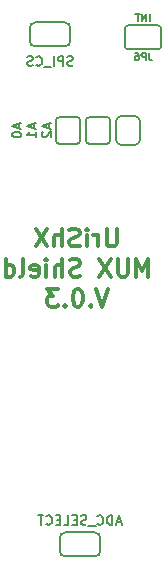
<source format=gbo>
G04 #@! TF.FileFunction,Legend,Bot*
%FSLAX46Y46*%
G04 Gerber Fmt 4.6, Leading zero omitted, Abs format (unit mm)*
G04 Created by KiCad (PCBNEW 4.0.7-e2-6376~58~ubuntu16.04.1) date Mon Aug 13 19:04:16 2018*
%MOMM*%
%LPD*%
G01*
G04 APERTURE LIST*
%ADD10C,0.100000*%
%ADD11C,0.300000*%
%ADD12C,0.152400*%
%ADD13C,0.127000*%
G04 APERTURE END LIST*
D10*
D11*
X151439142Y-77400571D02*
X151439142Y-78614857D01*
X151367714Y-78757714D01*
X151296285Y-78829143D01*
X151153428Y-78900571D01*
X150867714Y-78900571D01*
X150724856Y-78829143D01*
X150653428Y-78757714D01*
X150581999Y-78614857D01*
X150581999Y-77400571D01*
X149867713Y-78900571D02*
X149867713Y-77900571D01*
X149867713Y-78186286D02*
X149796285Y-78043429D01*
X149724856Y-77972000D01*
X149581999Y-77900571D01*
X149439142Y-77900571D01*
X148939142Y-78900571D02*
X148939142Y-77900571D01*
X148939142Y-77400571D02*
X149010571Y-77472000D01*
X148939142Y-77543429D01*
X148867714Y-77472000D01*
X148939142Y-77400571D01*
X148939142Y-77543429D01*
X148296285Y-78829143D02*
X148081999Y-78900571D01*
X147724856Y-78900571D01*
X147581999Y-78829143D01*
X147510570Y-78757714D01*
X147439142Y-78614857D01*
X147439142Y-78472000D01*
X147510570Y-78329143D01*
X147581999Y-78257714D01*
X147724856Y-78186286D01*
X148010570Y-78114857D01*
X148153428Y-78043429D01*
X148224856Y-77972000D01*
X148296285Y-77829143D01*
X148296285Y-77686286D01*
X148224856Y-77543429D01*
X148153428Y-77472000D01*
X148010570Y-77400571D01*
X147653428Y-77400571D01*
X147439142Y-77472000D01*
X146796285Y-78900571D02*
X146796285Y-77400571D01*
X146153428Y-78900571D02*
X146153428Y-78114857D01*
X146224857Y-77972000D01*
X146367714Y-77900571D01*
X146581999Y-77900571D01*
X146724857Y-77972000D01*
X146796285Y-78043429D01*
X145581999Y-77400571D02*
X144581999Y-78900571D01*
X144581999Y-77400571D02*
X145581999Y-78900571D01*
X154117714Y-81450571D02*
X154117714Y-79950571D01*
X153617714Y-81022000D01*
X153117714Y-79950571D01*
X153117714Y-81450571D01*
X152403428Y-79950571D02*
X152403428Y-81164857D01*
X152332000Y-81307714D01*
X152260571Y-81379143D01*
X152117714Y-81450571D01*
X151832000Y-81450571D01*
X151689142Y-81379143D01*
X151617714Y-81307714D01*
X151546285Y-81164857D01*
X151546285Y-79950571D01*
X150974856Y-79950571D02*
X149974856Y-81450571D01*
X149974856Y-79950571D02*
X150974856Y-81450571D01*
X148332000Y-81379143D02*
X148117714Y-81450571D01*
X147760571Y-81450571D01*
X147617714Y-81379143D01*
X147546285Y-81307714D01*
X147474857Y-81164857D01*
X147474857Y-81022000D01*
X147546285Y-80879143D01*
X147617714Y-80807714D01*
X147760571Y-80736286D01*
X148046285Y-80664857D01*
X148189143Y-80593429D01*
X148260571Y-80522000D01*
X148332000Y-80379143D01*
X148332000Y-80236286D01*
X148260571Y-80093429D01*
X148189143Y-80022000D01*
X148046285Y-79950571D01*
X147689143Y-79950571D01*
X147474857Y-80022000D01*
X146832000Y-81450571D02*
X146832000Y-79950571D01*
X146189143Y-81450571D02*
X146189143Y-80664857D01*
X146260572Y-80522000D01*
X146403429Y-80450571D01*
X146617714Y-80450571D01*
X146760572Y-80522000D01*
X146832000Y-80593429D01*
X145474857Y-81450571D02*
X145474857Y-80450571D01*
X145474857Y-79950571D02*
X145546286Y-80022000D01*
X145474857Y-80093429D01*
X145403429Y-80022000D01*
X145474857Y-79950571D01*
X145474857Y-80093429D01*
X144189143Y-81379143D02*
X144332000Y-81450571D01*
X144617714Y-81450571D01*
X144760571Y-81379143D01*
X144832000Y-81236286D01*
X144832000Y-80664857D01*
X144760571Y-80522000D01*
X144617714Y-80450571D01*
X144332000Y-80450571D01*
X144189143Y-80522000D01*
X144117714Y-80664857D01*
X144117714Y-80807714D01*
X144832000Y-80950571D01*
X143260571Y-81450571D02*
X143403429Y-81379143D01*
X143474857Y-81236286D01*
X143474857Y-79950571D01*
X142046286Y-81450571D02*
X142046286Y-79950571D01*
X142046286Y-81379143D02*
X142189143Y-81450571D01*
X142474857Y-81450571D01*
X142617715Y-81379143D01*
X142689143Y-81307714D01*
X142760572Y-81164857D01*
X142760572Y-80736286D01*
X142689143Y-80593429D01*
X142617715Y-80522000D01*
X142474857Y-80450571D01*
X142189143Y-80450571D01*
X142046286Y-80522000D01*
X150724857Y-82500571D02*
X150224857Y-84000571D01*
X149724857Y-82500571D01*
X149224857Y-83857714D02*
X149153429Y-83929143D01*
X149224857Y-84000571D01*
X149296286Y-83929143D01*
X149224857Y-83857714D01*
X149224857Y-84000571D01*
X148224857Y-82500571D02*
X148082000Y-82500571D01*
X147939143Y-82572000D01*
X147867714Y-82643429D01*
X147796285Y-82786286D01*
X147724857Y-83072000D01*
X147724857Y-83429143D01*
X147796285Y-83714857D01*
X147867714Y-83857714D01*
X147939143Y-83929143D01*
X148082000Y-84000571D01*
X148224857Y-84000571D01*
X148367714Y-83929143D01*
X148439143Y-83857714D01*
X148510571Y-83714857D01*
X148582000Y-83429143D01*
X148582000Y-83072000D01*
X148510571Y-82786286D01*
X148439143Y-82643429D01*
X148367714Y-82572000D01*
X148224857Y-82500571D01*
X147082000Y-83857714D02*
X147010572Y-83929143D01*
X147082000Y-84000571D01*
X147153429Y-83929143D01*
X147082000Y-83857714D01*
X147082000Y-84000571D01*
X146510571Y-82500571D02*
X145582000Y-82500571D01*
X146082000Y-83072000D01*
X145867714Y-83072000D01*
X145724857Y-83143429D01*
X145653428Y-83214857D01*
X145582000Y-83357714D01*
X145582000Y-83714857D01*
X145653428Y-83857714D01*
X145724857Y-83929143D01*
X145867714Y-84000571D01*
X146296286Y-84000571D01*
X146439143Y-83929143D01*
X146510571Y-83857714D01*
D12*
X148844000Y-68224400D02*
X148844000Y-69951600D01*
X149098000Y-67970400D02*
X150622000Y-67970400D01*
X149098000Y-70205600D02*
X150622000Y-70205600D01*
X150876000Y-69951600D02*
X150876000Y-68224400D01*
X150622000Y-67970400D02*
G75*
G02X150876000Y-68224400I0J-254000D01*
G01*
X150876000Y-69951600D02*
G75*
G02X150622000Y-70205600I-254000J0D01*
G01*
X149098000Y-70205600D02*
G75*
G02X148844000Y-69951600I0J254000D01*
G01*
X148844000Y-68224400D02*
G75*
G02X149098000Y-67970400I254000J0D01*
G01*
X151384000Y-68326000D02*
X151384000Y-69850000D01*
X151841200Y-67868800D02*
X152958800Y-67868800D01*
X151841200Y-70307200D02*
X152958800Y-70307200D01*
X153416000Y-69850000D02*
X153416000Y-68326000D01*
X152958800Y-67868800D02*
G75*
G02X153416000Y-68326000I0J-457200D01*
G01*
X153416000Y-69850000D02*
G75*
G02X152958800Y-70307200I-457200J0D01*
G01*
X151841200Y-70307200D02*
G75*
G02X151384000Y-69850000I0J457200D01*
G01*
X151384000Y-68326000D02*
G75*
G02X151841200Y-67868800I457200J0D01*
G01*
X146304000Y-68224400D02*
X146304000Y-69951600D01*
X146558000Y-67970400D02*
X148082000Y-67970400D01*
X146558000Y-70205600D02*
X148082000Y-70205600D01*
X148336000Y-69951600D02*
X148336000Y-68224400D01*
X148082000Y-67970400D02*
G75*
G02X148336000Y-68224400I0J-254000D01*
G01*
X148336000Y-69951600D02*
G75*
G02X148082000Y-70205600I-254000J0D01*
G01*
X146558000Y-70205600D02*
G75*
G02X146304000Y-69951600I0J254000D01*
G01*
X146304000Y-68224400D02*
G75*
G02X146558000Y-67970400I254000J0D01*
G01*
X147066000Y-59944000D02*
X144526000Y-59944000D01*
X147523200Y-60401200D02*
X147523200Y-61518800D01*
X144068800Y-60401200D02*
X144068800Y-61518800D01*
X144526000Y-61976000D02*
X147066000Y-61976000D01*
X147523200Y-61518800D02*
G75*
G02X147066000Y-61976000I-457200J0D01*
G01*
X144526000Y-61976000D02*
G75*
G02X144068800Y-61518800I0J457200D01*
G01*
X144068800Y-60401200D02*
G75*
G02X144526000Y-59944000I457200J0D01*
G01*
X147066000Y-59944000D02*
G75*
G02X147523200Y-60401200I0J-457200D01*
G01*
X147066000Y-105156000D02*
X149606000Y-105156000D01*
X146608800Y-104698800D02*
X146608800Y-103581200D01*
X150063200Y-104698800D02*
X150063200Y-103581200D01*
X149606000Y-103124000D02*
X147066000Y-103124000D01*
X146608800Y-103581200D02*
G75*
G02X147066000Y-103124000I457200J0D01*
G01*
X149606000Y-103124000D02*
G75*
G02X150063200Y-103581200I0J-457200D01*
G01*
X150063200Y-104698800D02*
G75*
G02X149606000Y-105156000I-457200J0D01*
G01*
X147066000Y-105156000D02*
G75*
G02X146608800Y-104698800I0J457200D01*
G01*
X154940000Y-60198000D02*
X152400000Y-60198000D01*
X155194000Y-60452000D02*
X155194000Y-61976000D01*
X152146000Y-60452000D02*
X152146000Y-61976000D01*
X152400000Y-62230000D02*
X154940000Y-62230000D01*
X155194000Y-61976000D02*
G75*
G02X154940000Y-62230000I-254000J0D01*
G01*
X152400000Y-62230000D02*
G75*
G02X152146000Y-61976000I0J254000D01*
G01*
X152146000Y-60452000D02*
G75*
G02X152400000Y-60198000I254000J0D01*
G01*
X154940000Y-60198000D02*
G75*
G02X155194000Y-60452000I0J-254000D01*
G01*
X144407467Y-68507429D02*
X144407467Y-68894477D01*
X144639695Y-68430020D02*
X143826895Y-68700953D01*
X144639695Y-68971886D01*
X144639695Y-69668572D02*
X144639695Y-69204115D01*
X144639695Y-69436344D02*
X143826895Y-69436344D01*
X143943010Y-69358934D01*
X144020419Y-69281525D01*
X144059124Y-69204115D01*
X145677467Y-68507429D02*
X145677467Y-68894477D01*
X145909695Y-68430020D02*
X145096895Y-68700953D01*
X145909695Y-68971886D01*
X145174305Y-69204115D02*
X145135600Y-69242820D01*
X145096895Y-69320229D01*
X145096895Y-69513753D01*
X145135600Y-69591163D01*
X145174305Y-69629867D01*
X145251714Y-69668572D01*
X145329124Y-69668572D01*
X145445238Y-69629867D01*
X145909695Y-69165410D01*
X145909695Y-69668572D01*
X143137467Y-68507429D02*
X143137467Y-68894477D01*
X143369695Y-68430020D02*
X142556895Y-68700953D01*
X143369695Y-68971886D01*
X142556895Y-69397639D02*
X142556895Y-69475048D01*
X142595600Y-69552458D01*
X142634305Y-69591163D01*
X142711714Y-69629867D01*
X142866533Y-69668572D01*
X143060057Y-69668572D01*
X143214876Y-69629867D01*
X143292286Y-69591163D01*
X143330990Y-69552458D01*
X143369695Y-69475048D01*
X143369695Y-69397639D01*
X143330990Y-69320229D01*
X143292286Y-69281525D01*
X143214876Y-69242820D01*
X143060057Y-69204115D01*
X142866533Y-69204115D01*
X142711714Y-69242820D01*
X142634305Y-69281525D01*
X142595600Y-69320229D01*
X142556895Y-69397639D01*
X147731238Y-63574990D02*
X147615124Y-63613695D01*
X147421600Y-63613695D01*
X147344190Y-63574990D01*
X147305486Y-63536286D01*
X147266781Y-63458876D01*
X147266781Y-63381467D01*
X147305486Y-63304057D01*
X147344190Y-63265352D01*
X147421600Y-63226648D01*
X147576419Y-63187943D01*
X147653828Y-63149238D01*
X147692533Y-63110533D01*
X147731238Y-63033124D01*
X147731238Y-62955714D01*
X147692533Y-62878305D01*
X147653828Y-62839600D01*
X147576419Y-62800895D01*
X147382895Y-62800895D01*
X147266781Y-62839600D01*
X146918438Y-63613695D02*
X146918438Y-62800895D01*
X146608800Y-62800895D01*
X146531391Y-62839600D01*
X146492686Y-62878305D01*
X146453981Y-62955714D01*
X146453981Y-63071829D01*
X146492686Y-63149238D01*
X146531391Y-63187943D01*
X146608800Y-63226648D01*
X146918438Y-63226648D01*
X146105638Y-63613695D02*
X146105638Y-62800895D01*
X145912114Y-63691105D02*
X145292838Y-63691105D01*
X144634857Y-63536286D02*
X144673562Y-63574990D01*
X144789676Y-63613695D01*
X144867086Y-63613695D01*
X144983200Y-63574990D01*
X145060609Y-63497581D01*
X145099314Y-63420171D01*
X145138019Y-63265352D01*
X145138019Y-63149238D01*
X145099314Y-62994419D01*
X145060609Y-62917010D01*
X144983200Y-62839600D01*
X144867086Y-62800895D01*
X144789676Y-62800895D01*
X144673562Y-62839600D01*
X144634857Y-62878305D01*
X144325219Y-63574990D02*
X144209105Y-63613695D01*
X144015581Y-63613695D01*
X143938171Y-63574990D01*
X143899467Y-63536286D01*
X143860762Y-63458876D01*
X143860762Y-63381467D01*
X143899467Y-63304057D01*
X143938171Y-63265352D01*
X144015581Y-63226648D01*
X144170400Y-63187943D01*
X144247809Y-63149238D01*
X144286514Y-63110533D01*
X144325219Y-63033124D01*
X144325219Y-62955714D01*
X144286514Y-62878305D01*
X144247809Y-62839600D01*
X144170400Y-62800895D01*
X143976876Y-62800895D01*
X143860762Y-62839600D01*
X151819428Y-102243467D02*
X151432380Y-102243467D01*
X151896837Y-102475695D02*
X151625904Y-101662895D01*
X151354971Y-102475695D01*
X151084037Y-102475695D02*
X151084037Y-101662895D01*
X150890513Y-101662895D01*
X150774399Y-101701600D01*
X150696990Y-101779010D01*
X150658285Y-101856419D01*
X150619580Y-102011238D01*
X150619580Y-102127352D01*
X150658285Y-102282171D01*
X150696990Y-102359581D01*
X150774399Y-102436990D01*
X150890513Y-102475695D01*
X151084037Y-102475695D01*
X149806780Y-102398286D02*
X149845485Y-102436990D01*
X149961599Y-102475695D01*
X150039009Y-102475695D01*
X150155123Y-102436990D01*
X150232532Y-102359581D01*
X150271237Y-102282171D01*
X150309942Y-102127352D01*
X150309942Y-102011238D01*
X150271237Y-101856419D01*
X150232532Y-101779010D01*
X150155123Y-101701600D01*
X150039009Y-101662895D01*
X149961599Y-101662895D01*
X149845485Y-101701600D01*
X149806780Y-101740305D01*
X149651961Y-102553105D02*
X149032685Y-102553105D01*
X148877866Y-102436990D02*
X148761752Y-102475695D01*
X148568228Y-102475695D01*
X148490818Y-102436990D01*
X148452114Y-102398286D01*
X148413409Y-102320876D01*
X148413409Y-102243467D01*
X148452114Y-102166057D01*
X148490818Y-102127352D01*
X148568228Y-102088648D01*
X148723047Y-102049943D01*
X148800456Y-102011238D01*
X148839161Y-101972533D01*
X148877866Y-101895124D01*
X148877866Y-101817714D01*
X148839161Y-101740305D01*
X148800456Y-101701600D01*
X148723047Y-101662895D01*
X148529523Y-101662895D01*
X148413409Y-101701600D01*
X148065066Y-102049943D02*
X147794133Y-102049943D01*
X147678019Y-102475695D02*
X148065066Y-102475695D01*
X148065066Y-101662895D01*
X147678019Y-101662895D01*
X146942629Y-102475695D02*
X147329676Y-102475695D01*
X147329676Y-101662895D01*
X146671695Y-102049943D02*
X146400762Y-102049943D01*
X146284648Y-102475695D02*
X146671695Y-102475695D01*
X146671695Y-101662895D01*
X146284648Y-101662895D01*
X145471848Y-102398286D02*
X145510553Y-102436990D01*
X145626667Y-102475695D01*
X145704077Y-102475695D01*
X145820191Y-102436990D01*
X145897600Y-102359581D01*
X145936305Y-102282171D01*
X145975010Y-102127352D01*
X145975010Y-102011238D01*
X145936305Y-101856419D01*
X145897600Y-101779010D01*
X145820191Y-101701600D01*
X145704077Y-101662895D01*
X145626667Y-101662895D01*
X145510553Y-101701600D01*
X145471848Y-101740305D01*
X145239619Y-101662895D02*
X144775162Y-101662895D01*
X145007391Y-102475695D02*
X145007391Y-101662895D01*
D13*
X154178000Y-62531171D02*
X154178000Y-62966600D01*
X154207028Y-63053686D01*
X154265085Y-63111743D01*
X154352171Y-63140771D01*
X154410228Y-63140771D01*
X153887714Y-63140771D02*
X153887714Y-62531171D01*
X153655486Y-62531171D01*
X153597428Y-62560200D01*
X153568400Y-62589229D01*
X153539371Y-62647286D01*
X153539371Y-62734371D01*
X153568400Y-62792429D01*
X153597428Y-62821457D01*
X153655486Y-62850486D01*
X153887714Y-62850486D01*
X153016857Y-62531171D02*
X153132971Y-62531171D01*
X153191028Y-62560200D01*
X153220057Y-62589229D01*
X153278114Y-62676314D01*
X153307143Y-62792429D01*
X153307143Y-63024657D01*
X153278114Y-63082714D01*
X153249086Y-63111743D01*
X153191028Y-63140771D01*
X153074914Y-63140771D01*
X153016857Y-63111743D01*
X152987828Y-63082714D01*
X152958800Y-63024657D01*
X152958800Y-62879514D01*
X152987828Y-62821457D01*
X153016857Y-62792429D01*
X153074914Y-62763400D01*
X153191028Y-62763400D01*
X153249086Y-62792429D01*
X153278114Y-62821457D01*
X153307143Y-62879514D01*
X154221543Y-59838771D02*
X154221543Y-59229171D01*
X153931257Y-59838771D02*
X153931257Y-59229171D01*
X153582914Y-59838771D01*
X153582914Y-59229171D01*
X153379714Y-59229171D02*
X153031371Y-59229171D01*
X153205542Y-59838771D02*
X153205542Y-59229171D01*
M02*

</source>
